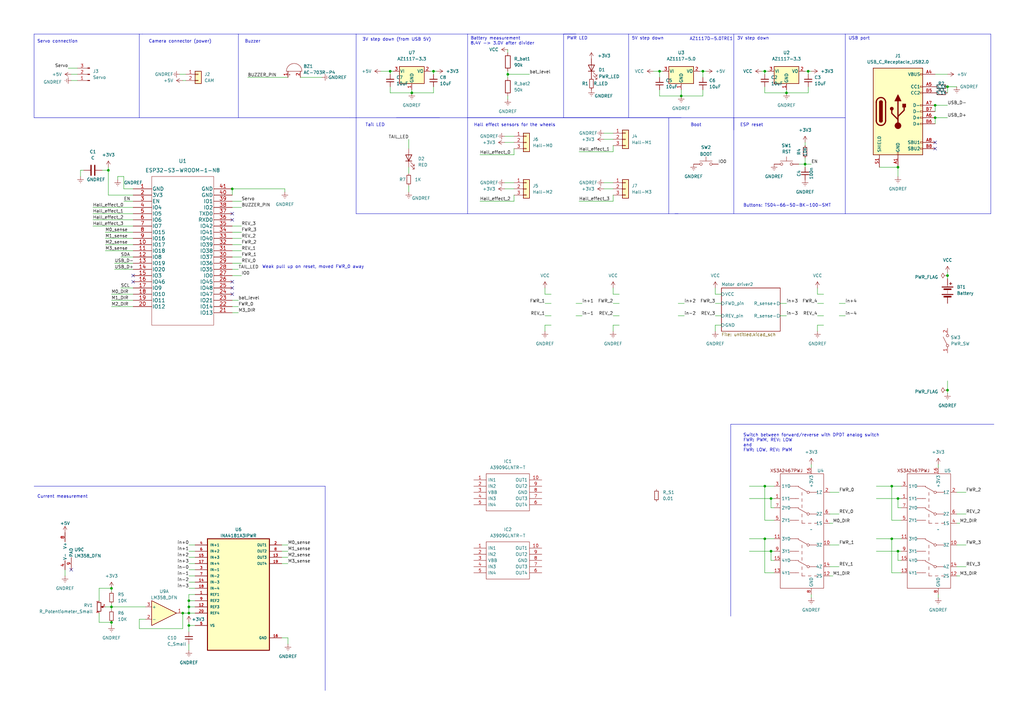
<source format=kicad_sch>
(kicad_sch (version 20230121) (generator eeschema)
  (paper "A3")
  (junction (at 77.47 251.46))
  (junction (at 388.62 160.02))
  (junction (at 331.47 29.21))
  (junction (at 316.23 226.06))
  (junction (at 208.28 30.48))
  (junction (at 44.45 69.85))
  (junction (at 270.51 29.21))
  (junction (at 368.3 68.58))
  (junction (at 330.2 67.31))
  (junction (at 45.72 241.3))
  (junction (at 388.62 113.03))
  (junction (at 77.47 246.38))
  (junction (at 313.69 220.98))
  (junction (at 368.3 204.47))
  (junction (at 365.76 199.39))
  (junction (at 288.29 29.21))
  (junction (at 95.25 77.47))
  (junction (at 365.76 220.98))
  (junction (at 160.02 29.21))
  (junction (at 74.93 251.46))
  (junction (at 45.72 248.92))
  (junction (at 313.69 199.39))
  (junction (at 77.47 248.92))
  (junction (at 279.4 39.37))
  (junction (at 368.3 226.06))
  (junction (at 168.91 38.1))
  (junction (at 322.58 38.1))
  (junction (at 388.62 35.56))
  (junction (at 177.8 29.21))
  (junction (at 383.54 43.18))
  (junction (at 383.54 48.26))
  (junction (at 77.47 256.54))
  (junction (at 45.72 255.27))
  (junction (at 313.69 29.21))
  (junction (at 316.23 204.47))
  (no_connect (at 383.54 58.42))
  (no_connect (at 95.25 115.57))
  (no_connect (at 95.25 120.65))
  (no_connect (at 95.25 90.17))
  (no_connect (at 383.54 60.96))
  (no_connect (at 29.21 233.68))
  (no_connect (at 95.25 87.63))
  (no_connect (at 54.61 115.57))
  (no_connect (at 54.61 113.03))
  (no_connect (at 95.25 118.11))
  (wire (pts (xy 40.64 255.27) (xy 45.72 255.27)))
  (wire (pts (xy 384.81 190.5) (xy 384.81 191.77)))
  (wire (pts (xy 207.01 55.88) (xy 210.82 55.88)))
  (polyline (pts (xy 191.77 87.63) (xy 146.05 87.63)))
  (polyline (pts (xy 191.77 13.97) (xy 146.05 13.97)))
  (wire (pts (xy 99.06 102.87) (xy 95.25 102.87)))
  (polyline (pts (xy 180.34 48.26) (xy 146.05 48.26)))
  (wire (pts (xy 317.5 204.47) (xy 316.23 204.47)))
  (wire (pts (xy 340.36 201.93) (xy 344.17 201.93)))
  (wire (pts (xy 59.69 254) (xy 57.15 254)))
  (wire (pts (xy 118.11 231.14) (xy 115.57 231.14)))
  (wire (pts (xy 50.8 72.39) (xy 48.26 72.39)))
  (wire (pts (xy 99.06 105.41) (xy 95.25 105.41)))
  (wire (pts (xy 307.34 199.39) (xy 313.69 199.39)))
  (wire (pts (xy 313.69 29.21) (xy 314.96 29.21)))
  (wire (pts (xy 208.28 20.32) (xy 208.28 21.59)))
  (wire (pts (xy 118.11 226.06) (xy 115.57 226.06)))
  (wire (pts (xy 57.15 257.81) (xy 74.93 257.81)))
  (wire (pts (xy 279.4 36.83) (xy 279.4 39.37)))
  (polyline (pts (xy 257.81 13.97) (xy 231.14 13.97)))
  (wire (pts (xy 251.46 82.55) (xy 251.46 80.01)))
  (wire (pts (xy 46.99 110.49) (xy 54.61 110.49)))
  (wire (pts (xy 77.47 256.54) (xy 80.01 256.54)))
  (wire (pts (xy 29.21 30.48) (xy 31.75 30.48)))
  (polyline (pts (xy 274.32 87.63) (xy 276.86 87.63)))
  (wire (pts (xy 320.04 129.54) (xy 322.58 129.54)))
  (wire (pts (xy 208.28 39.37) (xy 208.28 40.64)))
  (wire (pts (xy 168.91 36.83) (xy 168.91 38.1)))
  (polyline (pts (xy 191.77 48.26) (xy 279.4 48.26)))
  (wire (pts (xy 267.97 29.21) (xy 270.51 29.21)))
  (wire (pts (xy 270.51 29.21) (xy 271.78 29.21)))
  (wire (pts (xy 307.34 226.06) (xy 316.23 226.06)))
  (wire (pts (xy 26.67 236.22) (xy 26.67 233.68)))
  (wire (pts (xy 43.18 100.33) (xy 54.61 100.33)))
  (polyline (pts (xy 276.86 87.63) (xy 346.71 87.63)))
  (wire (pts (xy 359.41 204.47) (xy 368.3 204.47)))
  (wire (pts (xy 337.82 133.35) (xy 335.28 133.35)))
  (wire (pts (xy 38.1 85.09) (xy 54.61 85.09)))
  (wire (pts (xy 344.17 124.46) (xy 346.71 124.46)))
  (wire (pts (xy 77.47 255.27) (xy 77.47 256.54)))
  (polyline (pts (xy 191.77 48.26) (xy 191.77 87.63)))
  (wire (pts (xy 46.99 107.95) (xy 54.61 107.95)))
  (wire (pts (xy 365.76 220.98) (xy 365.76 234.95)))
  (wire (pts (xy 388.62 35.56) (xy 392.43 35.56)))
  (wire (pts (xy 312.42 29.21) (xy 313.69 29.21)))
  (polyline (pts (xy 300.99 48.26) (xy 300.99 87.63)))
  (wire (pts (xy 288.29 29.21) (xy 289.56 29.21)))
  (wire (pts (xy 223.52 124.46) (xy 226.06 124.46)))
  (wire (pts (xy 43.18 95.25) (xy 54.61 95.25)))
  (wire (pts (xy 34.29 69.85) (xy 33.02 69.85)))
  (wire (pts (xy 330.2 58.42) (xy 330.2 59.69)))
  (wire (pts (xy 335.28 133.35) (xy 335.28 135.89)))
  (wire (pts (xy 223.52 120.65) (xy 223.52 118.11)))
  (wire (pts (xy 177.8 29.21) (xy 177.8 30.48)))
  (wire (pts (xy 307.34 220.98) (xy 313.69 220.98)))
  (wire (pts (xy 247.65 74.93) (xy 251.46 74.93)))
  (polyline (pts (xy 146.05 13.97) (xy 146.05 48.26)))
  (wire (pts (xy 344.17 232.41) (xy 340.36 232.41)))
  (wire (pts (xy 392.43 214.63) (xy 393.7 214.63)))
  (polyline (pts (xy 300.99 48.26) (xy 346.71 48.26)))
  (wire (pts (xy 118.11 228.6) (xy 115.57 228.6)))
  (wire (pts (xy 344.17 129.54) (xy 346.71 129.54)))
  (wire (pts (xy 99.06 100.33) (xy 95.25 100.33)))
  (polyline (pts (xy 143.51 48.26) (xy 146.05 48.26)))
  (wire (pts (xy 207.01 58.42) (xy 210.82 58.42)))
  (wire (pts (xy 118.11 223.52) (xy 115.57 223.52)))
  (wire (pts (xy 74.93 257.81) (xy 74.93 251.46)))
  (polyline (pts (xy 97.79 48.26) (xy 143.51 48.26)))
  (wire (pts (xy 27.94 27.94) (xy 31.75 27.94)))
  (wire (pts (xy 45.72 248.92) (xy 45.72 250.19)))
  (wire (pts (xy 392.43 201.93) (xy 396.24 201.93)))
  (polyline (pts (xy 236.22 13.97) (xy 191.77 13.97)))
  (wire (pts (xy 44.45 68.58) (xy 44.45 69.85)))
  (wire (pts (xy 359.41 226.06) (xy 368.3 226.06)))
  (wire (pts (xy 368.3 204.47) (xy 368.3 208.28)))
  (wire (pts (xy 251.46 120.65) (xy 251.46 118.11)))
  (wire (pts (xy 388.62 111.76) (xy 388.62 113.03)))
  (wire (pts (xy 295.91 120.65) (xy 293.37 120.65)))
  (wire (pts (xy 330.2 64.77) (xy 330.2 67.31)))
  (wire (pts (xy 73.66 30.48) (xy 76.2 30.48)))
  (wire (pts (xy 335.28 124.46) (xy 337.82 124.46)))
  (wire (pts (xy 368.3 226.06) (xy 368.3 229.87)))
  (wire (pts (xy 237.49 82.55) (xy 251.46 82.55)))
  (wire (pts (xy 223.52 129.54) (xy 226.06 129.54)))
  (wire (pts (xy 278.13 124.46) (xy 280.67 124.46)))
  (wire (pts (xy 359.41 199.39) (xy 365.76 199.39)))
  (wire (pts (xy 288.29 29.21) (xy 288.29 31.75)))
  (wire (pts (xy 369.57 199.39) (xy 365.76 199.39)))
  (wire (pts (xy 237.49 62.23) (xy 251.46 62.23)))
  (wire (pts (xy 177.8 38.1) (xy 177.8 35.56)))
  (wire (pts (xy 383.54 30.48) (xy 388.62 30.48)))
  (wire (pts (xy 59.69 248.92) (xy 45.72 248.92)))
  (wire (pts (xy 247.65 54.61) (xy 251.46 54.61)))
  (wire (pts (xy 95.25 113.03) (xy 99.06 113.03)))
  (polyline (pts (xy 162.56 48.26) (xy 250.19 48.26)))
  (wire (pts (xy 365.76 199.39) (xy 365.76 213.36)))
  (wire (pts (xy 360.68 68.58) (xy 368.3 68.58)))
  (wire (pts (xy 247.65 77.47) (xy 251.46 77.47)))
  (polyline (pts (xy 257.81 13.97) (xy 257.81 48.26)))
  (wire (pts (xy 316.23 208.28) (xy 317.5 208.28)))
  (wire (pts (xy 80.01 243.84) (xy 77.47 243.84)))
  (wire (pts (xy 160.02 29.21) (xy 160.02 30.48)))
  (wire (pts (xy 226.06 133.35) (xy 223.52 133.35)))
  (wire (pts (xy 156.21 29.21) (xy 160.02 29.21)))
  (wire (pts (xy 322.58 38.1) (xy 331.47 38.1)))
  (wire (pts (xy 99.06 92.71) (xy 95.25 92.71)))
  (wire (pts (xy 236.22 124.46) (xy 238.76 124.46)))
  (wire (pts (xy 45.72 241.3) (xy 40.64 241.3)))
  (wire (pts (xy 369.57 220.98) (xy 365.76 220.98)))
  (wire (pts (xy 50.8 77.47) (xy 50.8 72.39)))
  (wire (pts (xy 270.51 29.21) (xy 270.51 31.75)))
  (wire (pts (xy 77.47 256.54) (xy 77.47 259.08)))
  (wire (pts (xy 337.82 120.65) (xy 335.28 120.65)))
  (wire (pts (xy 320.04 124.46) (xy 322.58 124.46)))
  (wire (pts (xy 313.69 199.39) (xy 313.69 213.36)))
  (wire (pts (xy 207.01 77.47) (xy 210.82 77.47)))
  (wire (pts (xy 176.53 29.21) (xy 177.8 29.21)))
  (wire (pts (xy 392.43 210.82) (xy 396.24 210.82)))
  (wire (pts (xy 383.54 43.18) (xy 388.62 43.18)))
  (wire (pts (xy 38.1 87.63) (xy 54.61 87.63)))
  (wire (pts (xy 247.65 57.15) (xy 251.46 57.15)))
  (wire (pts (xy 77.47 264.16) (xy 77.47 266.7)))
  (polyline (pts (xy 346.71 13.97) (xy 346.71 87.63)))
  (wire (pts (xy 254 133.35) (xy 251.46 133.35)))
  (wire (pts (xy 251.46 133.35) (xy 251.46 135.89)))
  (wire (pts (xy 77.47 228.6) (xy 80.01 228.6)))
  (wire (pts (xy 317.5 199.39) (xy 313.69 199.39)))
  (wire (pts (xy 50.8 82.55) (xy 54.61 82.55)))
  (polyline (pts (xy 300.99 13.97) (xy 300.99 53.34)))
  (wire (pts (xy 332.74 190.5) (xy 332.74 191.77)))
  (wire (pts (xy 317.5 220.98) (xy 313.69 220.98)))
  (polyline (pts (xy 58.42 13.97) (xy 97.79 13.97)))
  (polyline (pts (xy 57.15 13.97) (xy 58.42 13.97)))
  (wire (pts (xy 331.47 29.21) (xy 332.74 29.21)))
  (wire (pts (xy 77.47 241.3) (xy 80.01 241.3)))
  (polyline (pts (xy 133.35 199.39) (xy 133.35 283.21)))
  (polyline (pts (xy 346.71 87.63) (xy 406.4 87.63)))
  (wire (pts (xy 101.6 31.75) (xy 118.11 31.75)))
  (wire (pts (xy 95.25 85.09) (xy 99.06 85.09)))
  (wire (pts (xy 95.25 128.27) (xy 97.79 128.27)))
  (wire (pts (xy 368.3 68.58) (xy 368.3 72.39)))
  (wire (pts (xy 293.37 129.54) (xy 295.91 129.54)))
  (wire (pts (xy 279.4 39.37) (xy 288.29 39.37)))
  (wire (pts (xy 80.01 246.38) (xy 77.47 246.38)))
  (wire (pts (xy 118.11 264.16) (xy 118.11 261.62)))
  (wire (pts (xy 313.69 234.95) (xy 317.5 234.95)))
  (polyline (pts (xy 276.86 87.63) (xy 278.13 87.63)))
  (wire (pts (xy 99.06 97.79) (xy 95.25 97.79)))
  (wire (pts (xy 77.47 251.46) (xy 80.01 251.46)))
  (wire (pts (xy 392.43 236.22) (xy 393.7 236.22)))
  (wire (pts (xy 54.61 77.47) (xy 50.8 77.47)))
  (wire (pts (xy 168.91 38.1) (xy 177.8 38.1)))
  (wire (pts (xy 38.1 92.71) (xy 54.61 92.71)))
  (wire (pts (xy 77.47 231.14) (xy 80.01 231.14)))
  (wire (pts (xy 226.06 120.65) (xy 223.52 120.65)))
  (polyline (pts (xy 407.67 173.99) (xy 299.72 173.99)))
  (polyline (pts (xy 191.77 13.97) (xy 191.77 48.26)))
  (wire (pts (xy 368.3 208.28) (xy 369.57 208.28)))
  (wire (pts (xy 331.47 38.1) (xy 331.47 35.56)))
  (polyline (pts (xy 57.15 48.26) (xy 97.79 48.26)))
  (wire (pts (xy 359.41 220.98) (xy 365.76 220.98)))
  (wire (pts (xy 313.69 29.21) (xy 313.69 30.48)))
  (wire (pts (xy 383.54 48.26) (xy 383.54 50.8)))
  (wire (pts (xy 383.54 48.26) (xy 388.62 48.26)))
  (wire (pts (xy 57.15 254) (xy 57.15 257.81)))
  (wire (pts (xy 330.2 67.31) (xy 332.74 67.31)))
  (wire (pts (xy 95.25 77.47) (xy 116.84 77.47)))
  (wire (pts (xy 41.91 69.85) (xy 44.45 69.85)))
  (wire (pts (xy 316.23 226.06) (xy 316.23 229.87)))
  (wire (pts (xy 208.28 30.48) (xy 217.17 30.48)))
  (polyline (pts (xy 57.15 13.97) (xy 57.15 48.26)))
  (wire (pts (xy 278.13 129.54) (xy 280.67 129.54)))
  (wire (pts (xy 49.53 118.11) (xy 54.61 118.11)))
  (wire (pts (xy 251.46 129.54) (xy 254 129.54)))
  (wire (pts (xy 365.76 234.95) (xy 369.57 234.95)))
  (wire (pts (xy 340.36 214.63) (xy 341.63 214.63)))
  (polyline (pts (xy 13.97 13.97) (xy 13.97 48.26)))
  (wire (pts (xy 95.25 123.19) (xy 97.79 123.19)))
  (wire (pts (xy 160.02 38.1) (xy 168.91 38.1)))
  (wire (pts (xy 45.72 255.27) (xy 45.72 256.54)))
  (wire (pts (xy 332.74 245.11) (xy 332.74 243.84)))
  (wire (pts (xy 313.69 38.1) (xy 322.58 38.1)))
  (wire (pts (xy 95.25 110.49) (xy 97.79 110.49)))
  (wire (pts (xy 288.29 39.37) (xy 288.29 36.83)))
  (wire (pts (xy 45.72 248.92) (xy 45.72 247.65)))
  (polyline (pts (xy 231.14 13.97) (xy 231.14 48.26)))
  (wire (pts (xy 43.18 248.92) (xy 45.72 248.92)))
  (wire (pts (xy 196.85 82.55) (xy 210.82 82.55)))
  (wire (pts (xy 77.47 243.84) (xy 77.47 246.38)))
  (wire (pts (xy 388.62 113.03) (xy 388.62 114.3)))
  (polyline (pts (xy 346.71 13.97) (xy 257.81 13.97)))
  (wire (pts (xy 167.64 68.58) (xy 167.64 71.12)))
  (wire (pts (xy 307.34 204.47) (xy 316.23 204.47)))
  (polyline (pts (xy 146.05 48.26) (xy 146.05 87.63)))
  (wire (pts (xy 384.81 245.11) (xy 384.81 243.84)))
  (wire (pts (xy 316.23 204.47) (xy 316.23 208.28)))
  (wire (pts (xy 77.47 226.06) (xy 80.01 226.06)))
  (wire (pts (xy 341.63 236.22) (xy 340.36 236.22)))
  (wire (pts (xy 383.54 43.18) (xy 383.54 45.72)))
  (wire (pts (xy 40.64 251.46) (xy 40.64 255.27)))
  (wire (pts (xy 116.84 77.47) (xy 116.84 78.74)))
  (polyline (pts (xy 274.32 48.26) (xy 274.32 87.63)))
  (wire (pts (xy 365.76 213.36) (xy 369.57 213.36)))
  (wire (pts (xy 335.28 120.65) (xy 335.28 118.11)))
  (wire (pts (xy 327.66 67.31) (xy 330.2 67.31)))
  (wire (pts (xy 293.37 120.65) (xy 293.37 118.11)))
  (wire (pts (xy 45.72 125.73) (xy 54.61 125.73)))
  (wire (pts (xy 313.69 220.98) (xy 313.69 234.95)))
  (polyline (pts (xy 97.79 13.97) (xy 97.79 48.26)))
  (wire (pts (xy 45.72 241.3) (xy 45.72 242.57)))
  (wire (pts (xy 388.62 160.02) (xy 388.62 161.29)))
  (wire (pts (xy 29.21 33.02) (xy 31.75 33.02)))
  (wire (pts (xy 330.2 29.21) (xy 331.47 29.21)))
  (wire (pts (xy 177.8 29.21) (xy 179.07 29.21)))
  (wire (pts (xy 207.01 74.93) (xy 210.82 74.93)))
  (polyline (pts (xy 231.14 48.26) (xy 300.99 48.26)))
  (wire (pts (xy 254 120.65) (xy 251.46 120.65)))
  (polyline (pts (xy 406.4 13.97) (xy 346.71 13.97)))
  (wire (pts (xy 196.85 63.5) (xy 210.82 63.5)))
  (wire (pts (xy 392.43 223.52) (xy 396.24 223.52)))
  (wire (pts (xy 40.64 241.3) (xy 40.64 246.38)))
  (wire (pts (xy 44.45 69.85) (xy 44.45 80.01)))
  (wire (pts (xy 369.57 204.47) (xy 368.3 204.47)))
  (wire (pts (xy 77.47 233.68) (xy 80.01 233.68)))
  (wire (pts (xy 270.51 36.83) (xy 270.51 39.37)))
  (wire (pts (xy 210.82 82.55) (xy 210.82 80.01)))
  (wire (pts (xy 160.02 29.21) (xy 161.29 29.21)))
  (polyline (pts (xy 13.97 13.97) (xy 57.15 13.97)))
  (wire (pts (xy 335.28 129.54) (xy 337.82 129.54)))
  (wire (pts (xy 43.18 102.87) (xy 54.61 102.87)))
  (wire (pts (xy 208.28 29.21) (xy 208.28 30.48)))
  (wire (pts (xy 293.37 133.35) (xy 293.37 135.89)))
  (wire (pts (xy 210.82 63.5) (xy 210.82 60.96)))
  (wire (pts (xy 77.47 236.22) (xy 80.01 236.22)))
  (wire (pts (xy 313.69 213.36) (xy 317.5 213.36)))
  (wire (pts (xy 287.02 29.21) (xy 288.29 29.21)))
  (wire (pts (xy 33.02 69.85) (xy 33.02 72.39)))
  (wire (pts (xy 74.93 251.46) (xy 77.47 251.46)))
  (wire (pts (xy 77.47 248.92) (xy 80.01 248.92)))
  (wire (pts (xy 99.06 95.25) (xy 95.25 95.25)))
  (wire (pts (xy 344.17 223.52) (xy 340.36 223.52)))
  (wire (pts (xy 77.47 223.52) (xy 80.01 223.52)))
  (polyline (pts (xy 13.97 48.26) (xy 57.15 48.26)))
  (wire (pts (xy 251.46 124.46) (xy 254 124.46)))
  (wire (pts (xy 43.18 97.79) (xy 54.61 97.79)))
  (wire (pts (xy 368.3 229.87) (xy 369.57 229.87)))
  (wire (pts (xy 167.64 78.74) (xy 167.64 76.2)))
  (wire (pts (xy 392.43 232.41) (xy 396.24 232.41)))
  (polyline (pts (xy 299.72 173.99) (xy 299.72 252.73)))
  (wire (pts (xy 331.47 29.21) (xy 331.47 30.48)))
  (wire (pts (xy 123.19 31.75) (xy 132.08 31.75)))
  (wire (pts (xy 270.51 39.37) (xy 279.4 39.37)))
  (wire (pts (xy 49.53 105.41) (xy 54.61 105.41)))
  (wire (pts (xy 340.36 210.82) (xy 344.17 210.82)))
  (wire (pts (xy 77.47 248.92) (xy 77.47 251.46)))
  (polyline (pts (xy 97.79 13.97) (xy 146.05 13.97)))
  (wire (pts (xy 388.62 35.56) (xy 388.62 38.1)))
  (wire (pts (xy 99.06 107.95) (xy 95.25 107.95)))
  (wire (pts (xy 317.5 226.06) (xy 316.23 226.06)))
  (wire (pts (xy 223.52 133.35) (xy 223.52 135.89)))
  (wire (pts (xy 316.23 229.87) (xy 317.5 229.87)))
  (wire (pts (xy 77.47 246.38) (xy 77.47 248.92)))
  (wire (pts (xy 95.25 77.47) (xy 95.25 80.01)))
  (wire (pts (xy 369.57 226.06) (xy 368.3 226.06)))
  (wire (pts (xy 95.25 125.73) (xy 97.79 125.73)))
  (wire (pts (xy 45.72 120.65) (xy 54.61 120.65)))
  (wire (pts (xy 322.58 36.83) (xy 322.58 38.1)))
  (wire (pts (xy 38.1 90.17) (xy 54.61 90.17)))
  (wire (pts (xy 251.46 62.23) (xy 251.46 59.69)))
  (polyline (pts (xy 133.35 199.39) (xy 13.97 199.39)))
  (wire (pts (xy 167.64 57.15) (xy 167.64 60.96)))
  (wire (pts (xy 236.22 129.54) (xy 238.76 129.54)))
  (wire (pts (xy 388.62 156.21) (xy 388.62 160.02)))
  (wire (pts (xy 45.72 123.19) (xy 54.61 123.19)))
  (wire (pts (xy 74.93 33.02) (xy 76.2 33.02)))
  (wire (pts (xy 330.2 67.31) (xy 330.2 68.58)))
  (wire (pts (xy 208.28 30.48) (xy 208.28 31.75)))
  (wire (pts (xy 44.45 80.01) (xy 54.61 80.01)))
  (wire (pts (xy 95.25 82.55) (xy 99.06 82.55)))
  (wire (pts (xy 48.26 72.39) (xy 48.26 73.66)))
  (wire (pts (xy 313.69 35.56) (xy 313.69 38.1)))
  (polyline (pts (xy 191.77 87.63) (xy 274.32 87.63)))
  (wire (pts (xy 77.47 238.76) (xy 80.01 238.76)))
  (polyline (pts (xy 406.4 13.97) (xy 406.4 87.63)))
  (wire (pts (xy 295.91 133.35) (xy 293.37 133.35)))
  (wire (pts (xy 118.11 261.62) (xy 115.57 261.62)))
  (wire (pts (xy 293.37 124.46) (xy 295.91 124.46)))
  (wire (pts (xy 160.02 35.56) (xy 160.02 38.1)))
  (text "Boot\n" (at 283.21 52.07 0) (effects (font (size 1.27 1.27)) (justify left bottom)))
  (text "Buzzer" (at 100.33 17.78 0) (effects (font (size 1.27 1.27)) (justify left bottom)))
  (text "Switch between forward/reverse with DPDT analog switch\nFWR: PWM, REV: LOW\nand\nFWR: LOW, REV: PWM" (at 304.8 185.42 0) (effects (font (size 1.27 1.27)) (justify left bottom)))
  (text "Tail LED" (at 149.86 52.07 0) (effects (font (size 1.27 1.27)) (justify left bottom)))
  (text "3V step down (from USB 5V)\n\n" (at 148.59 19.05 0) (effects (font (size 1.27 1.27)) (justify left bottom)))
  (text "AZ1117D-5.0TRE1" (at 282.8078 16.7724 0) (effects (font (size 1.27 1.27)) (justify left bottom)))
  (text "Buttons: TS04-66-50-BK-100-SMT" (at 304.8 85.09 0) (effects (font (size 1.27 1.27)) (justify left bottom)))
  (text "USB port" (at 347.98 16.51 0) (effects (font (size 1.27 1.27)) (justify left bottom)))
  (text "Servo connection" (at 15.24 17.78 0) (effects (font (size 1.27 1.27)) (justify left bottom)))
  (text "Battery measurement\n8.4V -> 3.0V after divider" (at 192.9545 18.5703 0) (effects (font (size 1.27 1.27)) (justify left bottom)))
  (text "ESP reset\n" (at 303.53 52.07 0) (effects (font (size 1.27 1.27)) (justify left bottom)))
  (text "Current measurement" (at 15.24 204.47 0) (effects (font (size 1.27 1.27)) (justify left bottom)))
  (text "Camera connector (power)" (at 60.96 17.78 0) (effects (font (size 1.27 1.27)) (justify left bottom)))
  (text "PWR LED\n" (at 232.41 16.51 0) (effects (font (size 1.27 1.27)) (justify left bottom)))
  (text "3V step down\n" (at 302.26 16.51 0) (effects (font (size 1.27 1.27)) (justify left bottom)))
  (text "5V step down\n" (at 259.08 16.51 0) (effects (font (size 1.27 1.27)) (justify left bottom)))
  (text "Hall effect sensors for the wheels" (at 194.31 52.07 0) (effects (font (size 1.27 1.27)) (justify left bottom)))
  (text "Weak pull up on reset, moved FWR_0 away" (at 107.4816 110.251 0) (effects (font (size 1.27 1.27)) (justify left bottom)))
  (label "TAIL_LED" (at 97.79 110.49 0))
  (label "M1_DIR" (at 45.72 123.19 0))
  (label "M3_DIR" (at 97.79 128.27 0))
  (label "IO0" (at 294.64 67.31 0))
  (label "in-1" (at 238.76 129.54 0))
  (label "BUZZER_PIN" (at 101.6 31.75 0))
  (label "M1_DIR" (at 341.63 236.22 0))
  (label "FWR_2" (at 396.24 201.93 0))
  (label "M2_DIR" (at 393.7 214.63 0))
  (label "FWR_2" (at 251.46 124.46 180))
  (label "USB_D+" (at 46.99 110.49 0))
  (label "M2_DIR" (at 45.72 125.73 0))
  (label "FWR_3" (at 293.37 124.46 180))
  (label "M2_sense" (at 118.11 228.6 0))
  (label "FWR_0" (at 97.79 125.73 0))
  (label "USB_D-" (at 388.62 43.18 0))
  (label "in-3" (at 322.58 129.54 0))
  (label "EN" (at 332.74 67.31 0))
  (label "M0_sense" (at 118.11 223.52 0))
  (label "M0_DIR" (at 45.72 120.65 0))
  (label "REV_1" (at 99.06 102.87 0))
  (label "Hall_effect_3" (at 38.1 92.71 0))
  (label "in+1" (at 238.76 124.46 0))
  (label "M3_sense" (at 43.18 102.87 0))
  (label "Hall_effect_2" (at 196.85 82.55 0))
  (label "EN" (at 50.8 82.55 0))
  (label "REV_2" (at 99.06 97.79 0))
  (label "in-1" (at 77.47 236.22 180))
  (label "in+2" (at 77.47 228.6 180))
  (label "USB_D+" (at 388.62 48.26 0))
  (label "REV_3" (at 99.06 92.71 0))
  (label "FWR_1" (at 344.17 223.52 0))
  (label "Hall_effect_0" (at 196.85 63.5 0))
  (label "in-2" (at 280.67 129.54 0))
  (label "FWR_2" (at 99.06 100.33 0))
  (label "in+3" (at 77.47 231.14 180))
  (label "in+4" (at 346.71 124.46 0))
  (label "FWR_1" (at 99.06 105.41 0))
  (label "REV_0" (at 344.17 210.82 0))
  (label "in-3" (at 77.47 241.3 180))
  (label "in+1" (at 77.47 226.06 180))
  (label "SCL" (at 49.53 118.11 0))
  (label "Hall_effect_0" (at 38.1 85.09 0))
  (label "Hall_effect_1" (at 38.1 87.63 0))
  (label "IO0" (at 99.06 113.03 0))
  (label "M1_sense" (at 118.11 226.06 0))
  (label "BUZZER_PIN" (at 99.06 85.09 0))
  (label "bat_level" (at 217.17 30.48 0))
  (label "Servo" (at 99.06 82.55 0))
  (label "in-4" (at 346.71 129.54 0))
  (label "REV_0" (at 99.06 107.95 0))
  (label "M3_DIR" (at 393.7 236.22 0))
  (label "REV_1" (at 344.17 232.41 0))
  (label "in+2" (at 280.67 124.46 0))
  (label "REV_3" (at 396.24 232.41 0))
  (label "in-0" (at 77.47 233.68 180))
  (label "M3_sense" (at 118.11 231.14 0))
  (label "M2_sense" (at 43.18 100.33 0))
  (label "USB_D-" (at 46.99 107.95 0))
  (label "Hall_effect_3" (at 237.49 82.55 0))
  (label "REV_2" (at 396.24 210.82 0))
  (label "REV_4" (at 335.28 129.54 180))
  (label "bat_level" (at 97.79 123.19 0))
  (label "FWR_3" (at 99.06 95.25 0))
  (label "in-2" (at 77.47 238.76 180))
  (label "M1_sense" (at 43.18 97.79 0))
  (label "TAIL_LED" (at 167.64 57.15 180))
  (label "REV_3" (at 293.37 129.54 180))
  (label "FWR_4" (at 335.28 124.46 180))
  (label "Hall_effect_2" (at 38.1 90.17 0))
  (label "M0_sense" (at 43.18 95.25 0))
  (label "Hall_effect_1" (at 237.49 62.23 0))
  (label "Servo" (at 27.94 27.94 180))
  (label "in+0" (at 77.47 223.52 180))
  (label "in+3" (at 322.58 124.46 0))
  (label "M0_DIR" (at 341.63 214.63 0))
  (label "FWR_1" (at 223.52 124.46 180))
  (label "REV_2" (at 251.46 129.54 180))
  (label "SDA" (at 49.53 105.41 0))
  (label "REV_1" (at 223.52 129.54 180))
  (label "FWR_3" (at 396.24 223.52 0))
  (label "FWR_0" (at 344.17 201.93 0))
  (symbol (lib_id "power:GNDREF") (at 132.08 31.75 90) (unit 1)
    (property "Reference" "#PWR018" (effects hide))
    (property "Value" "GNDREF" (at 142.24 31.7501 90) (effects (justify left)))
  )
  (symbol (lib_id "power:GNDREF") (at 242.57 36.83 0) (unit 1)
    (property "Reference" "#PWR0109" (effects hide))
    (property "Value" "GNDREF" (at 247.65 39.37 0))
  )
  (symbol (lib_id "power:+3V3") (at 45.72 241.3 0) (unit 1)
    (property "Reference" "#PWR010" (effects hide))
    (property "Value" "+3V3" (at 45.72 236.22 0))
  )
  (symbol (lib_id "Connector:Conn_01x03_Pin") (at 36.83 30.48 180) (unit 1)
    (property "Reference" "J3" (at 38.1 29.21 0) (effects (justify right)))
    (property "Value" "Servo" (at 38.1 31.75 0) (effects (justify right)))
    (property "Footprint" "Connector_PinSocket_2.54mm:PinSocket_1x03_P2.54mm_Vertical" (effects hide))
  )
  (symbol (lib_id "power:+3V3") (at 330.2 58.42 0) (unit 1)
    (property "Reference" "#PWR0119" (effects hide))
    (property "Value" "+3V3" (at 330.2 53.34 0))
  )
  (symbol (lib_id "FC_library:A3909GLNTR-T") (at 194.31 224.79 0) (unit 1)
    (property "Reference" "IC2" (at 208.28 217.17 0))
    (property "Value" "A3909GLNTR-T" (at 208.28 219.71 0))
    (property "Footprint" "SOP100P600X175-10N" (effects hide))
    (property "Datasheet" "http://www.allegromicro.com/~/media/files/datasheets/a3909-datasheet.pdf" (effects hide))
    (property "Description" "Low Voltage Dual Full-Bridge Motor Driver" (effects hide))
    (property "Height" "1.75" (effects hide))
    (property "Mouser Part Number" "250-A3909GLNTR-T" (effects hide))
    (property "Mouser Price/Stock" "https://www.mouser.co.uk/ProductDetail/Allegro-MicroSystems/A3909GLNTR-T?qs=pUKx8fyJudC%252BMGD7t6mLWQ%3D%3D" (effects hide))
    (property "Manufacturer_Name" "Allegro Microsystems" (effects hide))
    (property "Manufacturer_Part_Number" "A3909GLNTR-T" (effects hide))
  )
  (symbol (lib_id "Switch:SW_SPST") (at 388.62 139.7 90) (unit 1)
    (property "Reference" "SW3" (at 389.89 138.43 90) (effects (justify right)))
    (property "Value" "PWR_SW" (at 389.89 140.97 90) (effects (justify right)))
    (property "Footprint" "Connector_PinHeader_2.00mm:PinHeader_1x02_P2.00mm_Vertical" (effects hide))
  )
  (symbol (lib_id "power:GNDREF") (at 29.21 33.02 270) (unit 1)
    (property "Reference" "#PWR016" (effects hide))
    (property "Value" "GNDREF" (at 25.4 33.655 90) (effects (justify right)))
  )
  (symbol (lib_id "power:VCC") (at 251.46 118.11 0) (unit 1)
    (property "Reference" "#PWR023" (effects hide))
    (property "Value" "VCC" (at 251.46 113.03 0))
  )
  (symbol (lib_id "power:GNDREF") (at 116.84 78.74 0) (unit 1)
    (property "Reference" "#PWR0111" (effects hide))
    (property "Value" "GNDREF" (at 116.84 83.82 0))
  )
  (symbol (lib_id "Device:R_Small") (at 45.72 245.11 180) (unit 1)
    (property "Reference" "R5" (at 48.26 243.84 0) (effects (justify right)))
    (property "Value" "10K" (at 48.26 246.38 0) (effects (justify right)))
    (property "Footprint" "Resistor_SMD:R_0603_1608Metric_Pad0.98x0.95mm_HandSolder" (effects hide))
  )
  (symbol (lib_id "power:PWR_FLAG") (at 388.62 113.03 90) (unit 1)
    (property "Reference" "#FLG02" (effects hide))
    (property "Value" "PWR_FLAG" (at 384.81 113.665 90) (effects (justify left)))
  )
  (symbol (lib_id "power:GNDREF") (at 207.01 74.93 270) (unit 1)
    (property "Reference" "#PWR032" (effects hide))
    (property "Value" "GNDREF" (at 196.85 74.9299 90) (effects (justify left)))
  )
  (symbol (lib_id "power:+3V3") (at 207.01 77.47 90) (unit 1)
    (property "Reference" "#PWR033" (effects hide))
    (property "Value" "+3V3" (at 203.2 77.47 90) (effects (justify left)))
  )
  (symbol (lib_id "Device:R_Small") (at 330.2 62.23 180) (unit 1)
    (property "Reference" "R4" (at 327.66 62.23 90))
    (property "Value" "10K" (at 330.2 62.23 90))
    (property "Footprint" "Resistor_SMD:R_0805_2012Metric_Pad1.20x1.40mm_HandSolder" (effects hide))
  )
  (symbol (lib_id "Amplifier_Operational:LM358_DFN") (at 29.21 226.06 0) (unit 3)
    (property "Reference" "U9" (at 30.48 225.425 0) (effects (justify left)))
    (property "Value" "LM358_DFN" (at 30.48 227.965 0) (effects (justify left)))
    (property "Footprint" "Package_DFN_QFN:DFN-8-1EP_2x2mm_P0.5mm_EP1.05x1.75mm" (effects hide))
    (property "Datasheet" "www.st.com/resource/en/datasheet/lm358.pdf" (effects hide))
  )
  (symbol (lib_id "Connector_Generic:Conn_01x02") (at 81.28 30.48 0) (unit 1)
    (property "Reference" "J2" (at 83.82 30.48 0) (effects (justify left)))
    (property "Value" "CAM" (at 83.82 33.02 0) (effects (justify left)))
    (property "Footprint" "FC_footprint_library:JST-ZH-2_PIN" (effects hide))
  )
  (symbol (lib_id "power:GNDREF") (at 247.65 74.93 270) (unit 1)
    (property "Reference" "#PWR036" (effects hide))
    (property "Value" "GNDREF" (at 237.49 74.9299 90) (effects (justify left)))
  )
  (symbol (lib_id "Device:Buzzer") (at 120.65 29.21 90) (unit 1)
    (property "Reference" "BZ1" (at 124.46 27.1849 90) (effects (justify right)))
    (property "Value" "AC-703R-P4" (at 124.46 29.7249 90) (effects (justify right)))
    (property "Footprint" "Buzzer_Beeper:MagneticBuzzer_Kobitone_254-EMB73-RO" (effects hide))
  )
  (symbol (lib_id "power:GNDREF") (at 247.65 54.61 270) (unit 1)
    (property "Reference" "#PWR031" (effects hide))
    (property "Value" "GNDREF" (at 237.49 54.6099 90) (effects (justify left)))
  )
  (symbol (lib_id "power:GNDREF") (at 223.52 135.89 0) (unit 1)
    (property "Reference" "#PWR03" (effects hide))
    (property "Value" "GNDREF" (at 223.52 140.97 0))
  )
  (symbol (lib_id "INA4181A3IPWR:INA4181A3IPWR") (at 97.79 243.84 0) (unit 1)
    (property "Reference" "U6" (at 97.79 217.17 0))
    (property "Value" "INA4181A3IPWR" (at 97.79 219.71 0))
    (property "Footprint" "INA4181A3IPWR:SOP65P640X120-20N" (effects hide))
    (property "MF" "Texas Instruments" (effects hide))
    (property "Description" "\n26V, quad channel, bi-directional, 350kHz current sense amplifier\n" (effects hide))
    (property "Package" "TSSOP-20 Texas Instruments" (effects hide))
    (property "Price" "None" (effects hide))
    (property "SnapEDA_Link" "https://www.snapeda.com/parts/INA4181A3IPWR/Texas+Instruments/view-part/?ref=snap" (effects hide))
    (property "MP" "INA4181A3IPWR" (effects hide))
    (property "Purchase-URL" "https://www.snapeda.com/api/url_track_click_mouser/?unipart_id=2778016&manufacturer=Texas Instruments&part_name=INA4181A3IPWR&search_term=None" (effects hide))
    (property "Availability" "In Stock" (effects hide))
    (property "Check_prices" "https://www.snapeda.com/parts/INA4181A3IPWR/Texas+Instruments/view-part/?ref=eda" (effects hide))
  )
  (symbol (lib_id "power:+3V3") (at 384.81 190.5 0) (unit 1)
    (property "Reference" "#PWR042" (effects hide))
    (property "Value" "+3V3" (at 384.81 185.42 0))
  )
  (symbol (lib_id "power:VCC") (at 388.62 111.76 0) (unit 1)
    (property "Reference" "#PWR0122" (effects hide))
    (property "Value" "VCC" (at 388.62 106.68 0))
  )
  (symbol (lib_id "power:GNDREF") (at 45.72 256.54 0) (unit 1)
    (property "Reference" "#PWR09" (effects hide))
    (property "Value" "GNDREF" (at 45.72 261.62 0))
  )
  (symbol (lib_id "power:+3V3") (at 179.07 29.21 270) (unit 1)
    (property "Reference" "#PWR015" (effects hide))
    (property "Value" "+3V3" (at 182.88 29.2099 90) (effects (justify left)))
  )
  (symbol (lib_id "power:GNDREF") (at 368.3 72.39 0) (unit 1)
    (property "Reference" "#PWR0103" (effects hide))
    (property "Value" "GNDREF" (at 368.3 77.47 0))
  )
  (symbol (lib_id "Device:R") (at 208.28 25.4 0) (unit 1)
    (property "Reference" "R_bat1" (at 210.82 24.13 0) (effects (justify left)))
    (property "Value" "90k" (at 210.82 26.67 0) (effects (justify left)))
    (property "Footprint" "Resistor_SMD:R_0805_2012Metric_Pad1.20x1.40mm_HandSolder" (effects hide))
  )
  (symbol (lib_id "power:GNDREF") (at 317.5 67.31 0) (unit 1)
    (property "Reference" "#PWR0118" (effects hide))
    (property "Value" "GNDREF" (at 317.5 72.39 0))
  )
  (symbol (lib_id "power:GNDREF") (at 26.67 236.22 0) (unit 1)
    (property "Reference" "#PWR021" (effects hide))
    (property "Value" "GNDREF" (at 26.67 241.3 0))
  )
  (symbol (lib_id "Device:R_Small") (at 386.08 35.56 90) (unit 1)
    (property "Reference" "R2" (at 386.08 34.29 90))
    (property "Value" "5.1K" (at 386.08 35.56 90))
    (property "Footprint" "Resistor_SMD:R_0805_2012Metric_Pad1.20x1.40mm_HandSolder" (effects hide))
  )
  (symbol (lib_id "power:+5V") (at 29.21 30.48 90) (unit 1)
    (property "Reference" "#PWR017" (effects hide))
    (property "Value" "+5V" (at 25.4 30.48 90) (effects (justify left)))
  )
  (symbol (lib_id "Device:C_Small") (at 177.8 33.02 180) (unit 1)
    (property "Reference" "C8" (at 180.34 31.7435 0) (effects (justify right)))
    (property "Value" "10uF" (at 180.34 34.2835 0) (effects (justify right)))
    (property "Footprint" "Capacitor_SMD:C_1206_3216Metric" (effects hide))
  )
  (symbol (lib_id "power:VCC") (at 223.52 118.11 0) (unit 1)
    (property "Reference" "#PWR07" (effects hide))
    (property "Value" "VCC" (at 223.52 113.03 0))
  )
  (symbol (lib_id "Connector_Generic:Conn_01x03") (at 256.54 77.47 0) (unit 1)
    (property "Reference" "J7" (at 259.08 76.2 0) (effects (justify left)))
    (property "Value" "Hall-M3" (at 259.08 78.74 0) (effects (justify left)))
    (property "Footprint" "Connector_PinHeader_1.27mm:PinHeader_1x03_P1.27mm_Vertical" (effects hide))
  )
  (symbol (lib_id "Device:R_Small") (at 386.08 38.1 90) (unit 1)
    (property "Reference" "R3" (at 386.08 36.83 90))
    (property "Value" "5.1K" (at 386.08 38.1 90))
    (property "Footprint" "Resistor_SMD:R_0805_2012Metric_Pad1.20x1.40mm_HandSolder" (effects hide))
  )
  (symbol (lib_id "power:GNDREF") (at 332.74 245.11 0) (unit 1)
    (property "Reference" "#PWR040" (effects hide))
    (property "Value" "GNDREF" (at 332.74 250.19 0))
  )
  (symbol (lib_id "Device:C_Small") (at 330.2 71.12 180) (unit 1)
    (property "Reference" "C4" (at 327.66 71.1137 90))
    (property "Value" "100n" (at 332.74 71.1137 90))
    (property "Footprint" "Capacitor_SMD:C_0805_2012Metric_Pad1.18x1.45mm_HandSolder" (effects hide))
  )
  (symbol (lib_id "power:GNDREF") (at 208.28 40.64 0) (unit 1)
    (property "Reference" "#PWR02" (effects hide))
    (property "Value" "GNDREF" (at 208.28 45.72 0))
  )
  (symbol (lib_id "power:GNDREF") (at 73.66 30.48 270) (unit 1)
    (property "Reference" "#PWR019" (effects hide))
    (property "Value" "GNDREF" (at 63.5 30.4799 90) (effects (justify left)))
  )
  (symbol (lib_id "power:VCC") (at 335.28 118.11 0) (unit 1)
    (property "Reference" "#PWR027" (effects hide))
    (property "Value" "VCC" (at 335.28 113.03 0))
  )
  (symbol (lib_id "power:GNDREF") (at 293.37 135.89 0) (unit 1)
    (property "Reference" "#PWR026" (effects hide))
    (property "Value" "GNDREF" (at 293.37 140.97 0))
  )
  (symbol (lib_id "power:+5V") (at 289.56 29.21 270) (unit 1)
    (property "Reference" "#PWR06" (effects hide))
    (property "Value" "+5V" (at 293.37 29.2099 90) (effects (justify left)))
  )
  (symbol (lib_id "power:GNDREF") (at 388.62 161.29 0) (unit 1)
    (property "Reference" "#PWR020" (effects hide))
    (property "Value" "GNDREF" (at 388.62 166.37 0))
  )
  (symbol (lib_id "power:VCC") (at 208.28 20.32 90) (unit 1)
    (property "Reference" "#PWR01" (effects hide))
    (property "Value" "VCC" (at 204.47 20.32 90) (effects (justify left)))
  )
  (symbol (lib_id "power:GNDREF") (at 168.91 38.1 0) (unit 1)
    (property "Reference" "#PWR014" (effects hide))
    (property "Value" "GNDREF" (at 168.91 43.18 0))
  )
  (symbol (lib_id "power:VCC") (at 293.37 118.11 0) (unit 1)
    (property "Reference" "#PWR025" (effects hide))
    (property "Value" "VCC" (at 293.37 113.03 0))
  )
  (symbol (lib_id "power:GNDREF") (at 392.43 35.56 0) (unit 1)
    (property "Reference" "#PWR0105" (effects hide))
    (property "Value" "GNDREF" (at 397.51 35.56 0))
  )
  (symbol (lib_id "Device:Battery") (at 388.62 119.38 0) (unit 1)
    (property "Reference" "BT1" (at 392.43 117.7289 0) (effects (justify left)))
    (property "Value" "Battery" (at 392.43 120.2689 0) (effects (justify left)))
    (property "Footprint" "Connector_JST:JST_EH_B2B-EH-A_1x02_P2.50mm_Vertical" (effects hide))
  )
  (symbol (lib_id "Device:C_Small") (at 77.47 261.62 180) (unit 1)
    (property "Reference" "C10" (at 68.58 261.62 0) (effects (justify right)))
    (property "Value" "C_Small" (at 68.58 264.16 0) (effects (justify right)))
    (property "Footprint" "Capacitor_SMD:C_0603_1608Metric" (effects hide))
  )
  (symbol (lib_id "power:+5V") (at 156.21 29.21 90) (unit 1)
    (property "Reference" "#PWR013" (effects hide))
    (property "Value" "+5V" (at 152.4 29.21 90) (effects (justify left)))
  )
  (symbol (lib_id "FC_library:XS3A2467PWJ") (at 381 217.17 0) (unit 1)
    (property "Reference" "U5" (at 388.62 193.04 0))
    (property "Value" "~" (at 384.81 217.17 0))
    (property "Footprint" "FC_footprint_library:XS3A2467PWJ _TSSOP-16_4.4x5mm_P0.65mm" (effects hide))
  )
  (symbol (lib_id "power:+5V") (at 26.67 218.44 0) (unit 1)
    (property "Reference" "#PWR022" (effects hide))
    (property "Value" "+5V" (at 26.67 214.63 0))
  )
  (symbol (lib_id "power:+3V3") (at 242.57 24.13 0) (unit 1)
    (property "Reference" "#PWR0113" (effects hide))
    (property "Value" "+3V3" (at 245.11 22.8599 0) (effects (justify left)))
  )
  (symbol (lib_id "Device:R_Potentiometer_Small") (at 40.64 248.92 0) (unit 1)
    (property "Reference" "RV1" (at 38.1 248.285 0) (effects (justify right)))
    (property "Value" "R_Potentiometer_Small" (at 38.1 250.825 0) (effects (justify right)))
    (property "Footprint" "Connector_PinHeader_2.00mm:PinHeader_1x03_P2.00mm_Vertical" (effects hide))
  )
  (symbol (lib_id "FC_library:A3909GLNTR-T") (at 194.31 196.85 0) (unit 1)
    (property "Reference" "IC1" (at 208.28 189.23 0))
    (property "Value" "A3909GLNTR-T" (at 208.28 191.77 0))
    (property "Footprint" "SOP100P600X175-10N" (effects hide))
    (property "Datasheet" "http://www.allegromicro.com/~/media/files/datasheets/a3909-datasheet.pdf" (effects hide))
    (property "Description" "Low Voltage Dual Full-Bridge Motor Driver" (effects hide))
    (property "Height" "1.75" (effects hide))
    (property "Mouser Part Number" "250-A3909GLNTR-T" (effects hide))
    (property "Mouser Price/Stock" "https://www.mouser.co.uk/ProductDetail/Allegro-MicroSystems/A3909GLNTR-T?qs=pUKx8fyJudC%252BMGD7t6mLWQ%3D%3D" (effects hide))
    (property "Manufacturer_Name" "Allegro Microsystems" (effects hide))
    (property "Manufacturer_Part_Number" "A3909GLNTR-T" (effects hide))
  )
  (symbol (lib_id "Regulator_Linear:AZ1117-3.3") (at 168.91 29.21 0) (unit 1)
    (property "Reference" "U7" (at 168.91 21.59 0))
    (property "Value" "AZ1117-3.3" (at 168.91 24.13 0))
    (property "Footprint" "Package_TO_SOT_SMD:SOT-223-3_TabPin2" (effects hide))
    (property "Datasheet" "https://www.diodes.com/assets/Datasheets/AZ1117.pdf" (effects hide))
  )
  (symbol (lib_id "FC_library:XS3A2467PWJ") (at 328.93 217.17 0) (unit 1)
    (property "Reference" "U4" (at 336.55 193.04 0))
    (property "Value" "~" (at 332.74 217.17 0))
    (property "Footprint" "FC_footprint_library:XS3A2467PWJ _TSSOP-16_4.4x5mm_P0.65mm" (effects hide))
  )
  (symbol (lib_id "power:GNDREF") (at 118.11 264.16 0) (unit 1)
    (property "Reference" "#PWR08" (effects hide))
    (property "Value" "GNDREF" (at 118.11 269.24 0))
  )
  (symbol (lib_id "power:GNDREF") (at 167.64 78.74 0) (unit 1)
    (property "Reference" "#PWR039" (effects hide))
    (property "Value" "GNDREF" (at 172.72 81.28 0))
  )
  (symbol (lib_id "power:+3V3") (at 247.65 57.15 90) (unit 1)
    (property "Reference" "#PWR030" (effects hide))
    (property "Value" "+3V3" (at 243.84 57.15 90) (effects (justify left)))
  )
  (symbol (lib_id "Device:C_Small") (at 331.47 33.02 180) (unit 1)
    (property "Reference" "C3" (at 334.01 31.7435 0) (effects (justify right)))
    (property "Value" "10uF" (at 334.01 34.2835 0) (effects (justify right)))
    (property "Footprint" "Capacitor_SMD:C_1206_3216Metric" (effects hide))
  )
  (symbol (lib_id "power:GNDREF") (at 48.26 73.66 0) (unit 1)
    (property "Reference" "#PWR0120" (effects hide))
    (property "Value" "GNDREF" (at 50.8 74.9299 0) (effects (justify left)))
  )
  (symbol (lib_id "power:+3V3") (at 77.47 255.27 0) (unit 1)
    (property "Reference" "#PWR011" (effects hide))
    (property "Value" "+3V3" (at 81.28 254 0))
  )
  (symbol (lib_id "power:+3V3") (at 247.65 77.47 90) (unit 1)
    (property "Reference" "#PWR037" (effects hide))
    (property "Value" "+3V3" (at 243.84 77.47 90) (effects (justify left)))
  )
  (symbol (lib_id "FC_library:ESP32-S3-WROOM-1-N8") (at 54.61 77.47 0) (unit 1)
    (property "Reference" "U1" (at 74.93 66.04 0) (effects (font (size 1.524 1.524))))
    (property "Value" "ESP32-S3-WROOM-1-N8" (at 74.93 69.85 0) (effects (font (size 1.524 1.524))))
    (property "Footprint" "ESP32-S3-WROOM-1-N8_EXP" (effects hide))
  )
  (symbol (lib_id "Connector:USB_C_Receptacle_USB2.0") (at 368.3 45.72 0) (unit 1)
    (property "Reference" "J1" (at 368.3 22.86 0))
    (property "Value" "USB_C_Receptacle_USB2.0" (at 368.3 25.4 0))
    (property "Footprint" "Connector_USB:USB_C_Receptacle_HRO_TYPE-C-31-M-12" (effects hide))
    (property "Datasheet" "https://www.usb.org/sites/default/files/documents/usb_type-c.zip" (effects hide))
  )
  (symbol (lib_id "Device:C_Small") (at 288.29 34.29 180) (unit 1)
    (property "Reference" "C6" (at 290.83 33.0135 0) (effects (justify right)))
    (property "Value" "10uF" (at 290.83 35.5535 0) (effects (justify right)))
    (property "Footprint" "Capacitor_SMD:C_1206_3216Metric" (effects hide))
  )
  (symbol (lib_id "power:+3V3") (at 44.45 68.58 0) (unit 1)
    (property "Reference" "#PWR0110" (effects hide))
    (property "Value" "+3V3" (at 44.45 63.5 0))
  )
  (symbol (lib_id "Connector_Generic:Conn_01x03") (at 256.54 57.15 0) (unit 1)
    (property "Reference" "J4" (at 259.08 55.88 0) (effects (justify left)))
    (property "Value" "Hall-M1" (at 259.08 58.42 0) (effects (justify left)))
    (property "Footprint" "Connector_PinHeader_1.27mm:PinHeader_1x03_P1.27mm_Vertical" (effects hide))
  )
  (symbol (lib_id "power:GNDREF") (at 335.28 135.89 0) (unit 1)
    (property "Reference" "#PWR028" (effects hide))
    (property "Value" "GNDREF" (at 335.28 140.97 0))
  )
  (symbol (lib_id "power:VCC") (at 312.42 29.21 90) (unit 1)
    (property "Reference" "#PWR0108" (effects hide))
    (property "Value" "VCC" (at 308.61 29.2099 90) (effects (justify left)))
  )
  (symbol (lib_id "power:GNDREF") (at 77.47 266.7 0) (unit 1)
    (property "Reference" "#PWR012" (effects hide))
    (property "Value" "GNDREF" (at 77.47 271.78 0))
  )
  (symbol (lib_id "Connector_Generic:Conn_01x03") (at 215.9 77.47 0) (unit 1)
    (property "Reference" "J5" (at 218.44 76.2 0) (effects (justify left)))
    (property "Value" "Hall-M2" (at 218.44 78.74 0) (effects (justify left)))
    (property "Footprint" "Connector_PinHeader_1.27mm:PinHeader_1x03_P1.27mm_Vertical" (effects hide))
  )
  (symbol (lib_id "power:GNDREF") (at 279.4 39.37 0) (unit 1)
    (property "Reference" "#PWR05" (effects hide))
    (property "Value" "GNDREF" (at 279.4 44.45 0))
  )
  (symbol (lib_id "power:+3V3") (at 207.01 58.42 90) (unit 1)
    (property "Reference" "#PWR035" (effects hide))
    (property "Value" "+3V3" (at 203.2 58.42 90) (effects (justify left)))
  )
  (symbol (lib_id "Device:C_Small") (at 313.69 33.02 180) (unit 1)
    (property "Reference" "C2" (at 316.23 31.7435 0) (effects (justify right)))
    (property "Value" "10uF" (at 316.23 34.2835 0) (effects (justify right)))
    (property "Footprint" "Capacitor_SMD:C_1206_3216Metric" (effects hide))
  )
  (symbol (lib_id "Regulator_Linear:AZ1117-3.3") (at 322.58 29.21 0) (unit 1)
    (property "Reference" "U2" (at 322.58 21.59 0))
    (property "Value" "AZ1117-3.3" (at 322.58 24.13 0))
    (property "Footprint" "Package_TO_SOT_SMD:SOT-223-3_TabPin2" (effects hide))
    (property "Datasheet" "https://www.diodes.com/assets/Datasheets/AZ1117.pdf" (effects hide))
  )
  (symbol (lib_id "power:+3V3") (at 332.74 29.21 270) (unit 1)
    (property "Reference" "#PWR0107" (effects hide))
    (property "Value" "+3V3" (at 336.55 29.2099 90) (effects (justify left)))
  )
  (symbol (lib_id "Regulator_Linear:AZ1117-5.0") (at 279.4 29.21 0) (unit 1)
    (property "Reference" "U3" (at 279.4 21.59 0))
    (property "Value" "AZ1117-5.0" (at 279.4 24.13 0))
    (property "Footprint" "Package_TO_SOT_SMD:TO-252-2" (effects hide))
    (property "Datasheet" "https://www.diodes.com/assets/Datasheets/AZ1117.pdf" (effects hide))
  )
  (symbol (lib_id "Device:R_Small") (at 45.72 252.73 0) (unit 1)
    (property "Reference" "R6" (at 48.26 251.46 0) (effects (justify left)))
    (property "Value" "10K" (at 48.26 254 0) (effects (justify left)))
    (property "Footprint" "Resistor_SMD:R_0603_1608Metric_Pad0.98x0.95mm_HandSolder" (effects hide))
  )
  (symbol (lib_id "power:GNDREF") (at 251.46 135.89 0) (unit 1)
    (property "Reference" "#PWR024" (effects hide))
    (property "Value" "GNDREF" (at 251.46 140.97 0))
  )
  (symbol (lib_id "Device:LED") (at 167.64 64.77 90) (unit 1)
    (property "Reference" "D2" (at 171.45 65.0875 90) (effects (justify right)))
    (property "Value" "RED" (at 171.45 67.6275 90) (effects (justify right)))
    (property "Footprint" "LED_THT:LED_D3.0mm" (effects hide))
  )
  (symbol (lib_id "Device:R") (at 208.28 35.56 0) (unit 1)
    (property "Reference" "R_bat2" (at 210.82 34.29 0) (effects (justify left)))
    (property "Value" "50k" (at 210.82 36.83 0) (effects (justify left)))
    (property "Footprint" "Resistor_SMD:R_0805_2012Metric_Pad1.20x1.40mm_HandSolder" (effects hide))
  )
  (symbol (lib_id "Device:R_Small") (at 269.24 203.2 0) (unit 1)
    (property "Reference" "R_S1" (at 271.78 201.93 0) (effects (justify left)))
    (property "Value" "0.01" (at 271.78 204.47 0) (effects (justify left)))
    (property "Footprint" "Resistor_SMD:R_1206_3216Metric" (effects hide))
  )
  (symbol (lib_id "Switch:SW_Push") (at 322.58 67.31 0) (unit 1)
    (property "Reference" "SW1" (at 322.58 59.69 0))
    (property "Value" "RST" (at 322.58 62.23 0))
    (property "Footprint" "FC_footprint_library:SW_Push_6x6mm_H9.5mm" (effects hide))
  )
  (symbol (lib_id "Connector_Generic:Conn_01x03") (at 215.9 58.42 0) (unit 1)
    (property "Reference" "J6" (at 218.44 57.15 0) (effects (justify left)))
    (property "Value" "Hall-M0" (at 218.44 59.69 0) (effects (justify left)))
    (property "Footprint" "Connector_PinHeader_1.27mm:PinHeader_1x03_P1.27mm_Vertical" (effects hide))
  )
  (symbol (lib_id "power:VCC") (at 267.97 29.21 90) (unit 1)
    (property "Reference" "#PWR04" (effects hide))
    (property "Value" "VCC" (at 264.16 29.21 90) (effects (justify left)))
  )
  (symbol (lib_id "power:GNDREF") (at 330.2 73.66 0) (unit 1)
    (property "Reference" "#PWR0117" (effects hide))
    (property "Value" "GNDREF" (at 330.2 78.74 0))
  )
  (symbol (lib_id "Device:C_Small") (at 160.02 33.02 180) (unit 1)
    (property "Reference" "C7" (at 162.56 31.7435 0) (effects (justify right)))
    (property "Value" "10uF" (at 162.56 34.2835 0) (effects (justify right)))
    (property "Footprint" "Capacitor_SMD:C_1206_3216Metric" (effects hide))
  )
  (symbol (lib_id "power:GNDREF") (at 33.02 72.39 0) (unit 1)
    (property "Reference" "#PWR0112" (effects hide))
    (property "Value" "GNDREF" (at 35.56 73.6599 0) (effects (justify left)))
  )
  (symbol (lib_id "power:GNDREF") (at 384.81 245.11 0) (unit 1)
    (property "Reference" "#PWR038" (effects hide))
    (property "Value" "GNDREF" (at 384.81 250.19 0))
  )
  (symbol (lib_id "Switch:SW_Push") (at 289.56 67.31 0) (unit 1)
    (property "Reference" "SW2" (at 289.56 60.4225 0))
    (property "Value" "BOOT" (at 289.56 63.1976 0))
    (property "Footprint" "FC_footprint_library:SW_Push_6x6mm_H9.5mm" (effects hide))
  )
  (symbol (lib_id "power:GNDREF") (at 322.58 38.1 0) (unit 1)
    (property "Reference" "#PWR0106" (effects hide))
    (property "Value" "GNDREF" (at 322.58 43.18 0))
  )
  (symbol (lib_id "Device:R_Small") (at 242.57 34.29 180) (unit 1)
    (property "Reference" "R1" (at 240.03 34.29 0))
    (property "Value" "R_LED" (at 246.38 34.29 0))
    (property "Footprint" "Resistor_SMD:R_0805_2012Metric_Pad1.20x1.40mm_HandSolder" (effects hide))
  )
  (symbol (lib_id "power:PWR_FLAG") (at 388.62 160.02 90) (unit 1)
    (property "Reference" "#FLG01" (effects hide))
    (property "Value" "PWR_FLAG" (at 384.81 160.655 90) (effects (justify left)))
  )
  (symbol (lib_id "Device:C_Small") (at 270.51 34.29 180) (unit 1)
    (property "Reference" "C5" (at 273.05 33.0135 0) (effects (justify right)))
    (property "Value" "10uF" (at 273.05 35.5535 0) (effects (justify right)))
    (property "Footprint" "Capacitor_SMD:C_1206_3216Metric" (effects hide))
  )
  (symbol (lib_id "power:+5V") (at 74.93 33.02 90) (unit 1)
    (property "Reference" "#PWR029" (effects hide))
    (property "Value" "+5V" (at 71.12 33.02 90) (effects (justify left)))
  )
  (symbol (lib_id "Device:LED") (at 242.57 27.94 90) (unit 1)
    (property "Reference" "D1" (at 245.491 28.619 90) (effects (justify right)))
    (property "Value" "PWR_LED" (at 245.491 31.3941 90) (effects (justify right)))
    (property "Footprint" "LED_SMD:LED_0805_2012Metric_Pad1.15x1.40mm_HandSolder" (effects hide))
  )
  (symbol (lib_id "power:+5V") (at 388.62 30.48 270) (unit 1)
    (property "Reference" "#PWR0104" (effects hide))
    (property "Value" "+5V" (at 392.43 30.4799 90) (effects (justify left)))
  )
  (symbol (lib_id "Amplifier_Operational:LM358_DFN") (at 67.31 251.46 0) (unit 1)
    (property "Reference" "U9" (at 67.31 242.57 0))
    (property "Value" "LM358_DFN" (at 67.31 245.11 0))
    (property "Footprint" "Package_DFN_QFN:DFN-8-1EP_2x2mm_P0.5mm_EP1.05x1.75mm" (effects hide))
    (property "Datasheet" "www.st.com/resource/en/datasheet/lm358.pdf" (effects hide))
  )
  (symbol (lib_id "Device:R_Small") (at 167.64 73.66 180) (unit 1)
    (property "Reference" "R7" (at 165.1 73.66 0))
    (property "Value" "1K" (at 171.45 73.66 0))
    (property "Footprint" "Resistor_SMD:R_0805_2012Metric_Pad1.20x1.40mm_HandSolder" (effects hide))
  )
  (symbol (lib_id "power:GNDREF") (at 207.01 55.88 270) (unit 1)
    (property "Reference" "#PWR034" (effects hide))
    (property "Value" "GNDREF" (at 196.85 55.8799 90) (effects (justify left)))
  )
  (symbol (lib_id "power:GNDREF") (at 284.48 67.31 0) (unit 1)
    (property "Reference" "#PWR0125" (effects hide))
    (property "Value" "GNDREF" (at 284.48 72.39 0))
  )
  (symbol (lib_id "Device:C") (at 38.1 69.85 90) (unit 1)
    (property "Reference" "C1" (at 38.1 62.23 90))
    (property "Value" "C" (at 38.1 64.77 90))
    (property "Footprint" "Capacitor_SMD:C_1206_3216Metric" (effects hide))
  )
  (symbol (lib_id "power:+3V3") (at 332.74 190.5 0) (unit 1)
    (property "Reference" "#PWR041" (effects hide))
    (property "Value" "+3V3" (at 332.74 185.42 0))
  )
  (sheet (at 295.91 118.11) (size 24.13 17.78) (stroke (width 0.1524))
    (property "Sheetname" "Motor driver2" (at 295.91 117.3984 0) (effects (justify left bottom)))
    (property "Sheetfile" "untitled.kicad_sch" (at 295.91 136.4746 0) (effects (justify left top)))
    (pin "FWD_pin" input (at 295.91 124.46 180))
    (pin "REV_pin" input (at 295.91 129.54 180))
    (pin "R_sense+" output (at 320.04 124.46 0))
    (pin "R_sense-" output (at 320.04 129.54 0))
    (pin "VCC" input (at 295.91 120.65 180))
    (pin "GND" input (at 295.91 133.35 180))
  )
)
</source>
